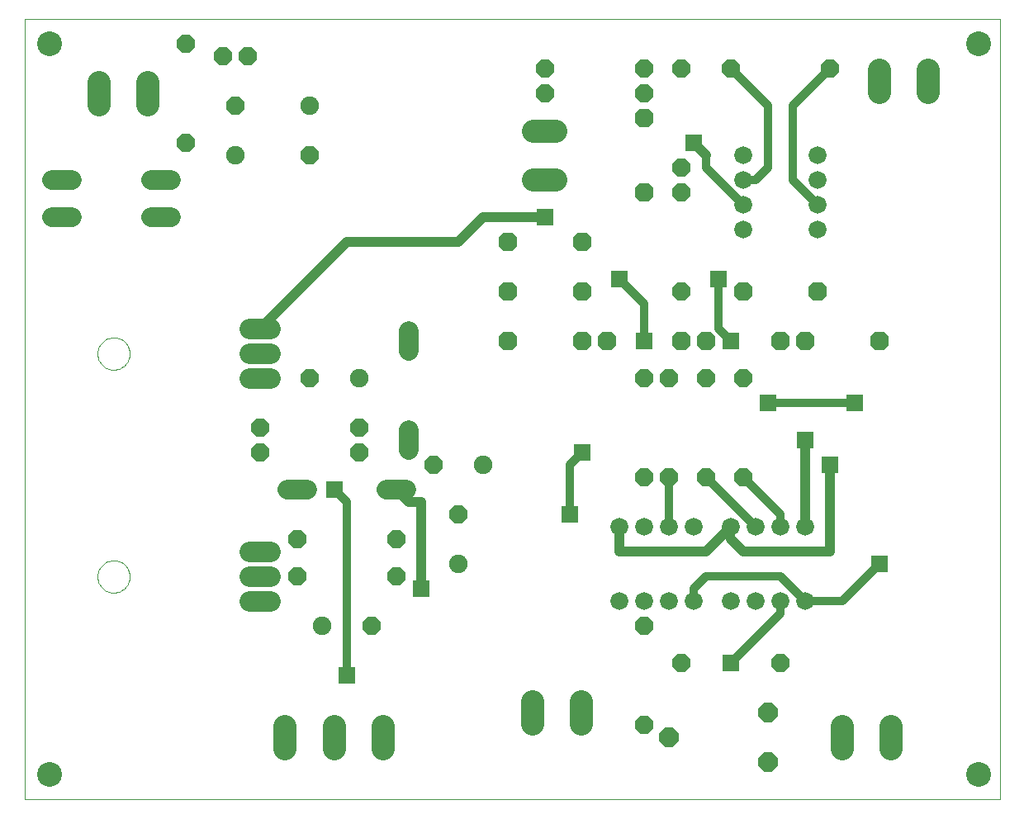
<source format=gtl>
G75*
G70*
%OFA0B0*%
%FSLAX24Y24*%
%IPPOS*%
%LPD*%
%AMOC8*
5,1,8,0,0,1.08239X$1,22.5*
%
%ADD10C,0.0000*%
%ADD11C,0.0720*%
%ADD12OC8,0.0800*%
%ADD13OC8,0.0720*%
%ADD14OC8,0.0760*%
%ADD15C,0.0920*%
%ADD16C,0.0800*%
%ADD17C,0.0750*%
%ADD18OC8,0.0750*%
%ADD19C,0.0840*%
%ADD20C,0.0400*%
%ADD21R,0.0396X0.0396*%
%ADD22R,0.0531X0.0531*%
%ADD23R,0.0500X0.0500*%
%ADD24R,0.0660X0.0660*%
%ADD25C,0.0320*%
%ADD26C,0.1000*%
D10*
X000100Y001233D02*
X000100Y032729D01*
X039470Y032729D01*
X039470Y001233D01*
X000100Y001233D01*
X003050Y010233D02*
X003052Y010283D01*
X003058Y010333D01*
X003068Y010383D01*
X003081Y010431D01*
X003098Y010479D01*
X003119Y010525D01*
X003143Y010569D01*
X003171Y010611D01*
X003202Y010651D01*
X003236Y010688D01*
X003273Y010723D01*
X003312Y010754D01*
X003353Y010783D01*
X003397Y010808D01*
X003443Y010830D01*
X003490Y010848D01*
X003538Y010862D01*
X003587Y010873D01*
X003637Y010880D01*
X003687Y010883D01*
X003738Y010882D01*
X003788Y010877D01*
X003838Y010868D01*
X003886Y010856D01*
X003934Y010839D01*
X003980Y010819D01*
X004025Y010796D01*
X004068Y010769D01*
X004108Y010739D01*
X004146Y010706D01*
X004181Y010670D01*
X004214Y010631D01*
X004243Y010590D01*
X004269Y010547D01*
X004292Y010502D01*
X004311Y010455D01*
X004326Y010407D01*
X004338Y010358D01*
X004346Y010308D01*
X004350Y010258D01*
X004350Y010208D01*
X004346Y010158D01*
X004338Y010108D01*
X004326Y010059D01*
X004311Y010011D01*
X004292Y009964D01*
X004269Y009919D01*
X004243Y009876D01*
X004214Y009835D01*
X004181Y009796D01*
X004146Y009760D01*
X004108Y009727D01*
X004068Y009697D01*
X004025Y009670D01*
X003980Y009647D01*
X003934Y009627D01*
X003886Y009610D01*
X003838Y009598D01*
X003788Y009589D01*
X003738Y009584D01*
X003687Y009583D01*
X003637Y009586D01*
X003587Y009593D01*
X003538Y009604D01*
X003490Y009618D01*
X003443Y009636D01*
X003397Y009658D01*
X003353Y009683D01*
X003312Y009712D01*
X003273Y009743D01*
X003236Y009778D01*
X003202Y009815D01*
X003171Y009855D01*
X003143Y009897D01*
X003119Y009941D01*
X003098Y009987D01*
X003081Y010035D01*
X003068Y010083D01*
X003058Y010133D01*
X003052Y010183D01*
X003050Y010233D01*
X003050Y019233D02*
X003052Y019283D01*
X003058Y019333D01*
X003068Y019383D01*
X003081Y019431D01*
X003098Y019479D01*
X003119Y019525D01*
X003143Y019569D01*
X003171Y019611D01*
X003202Y019651D01*
X003236Y019688D01*
X003273Y019723D01*
X003312Y019754D01*
X003353Y019783D01*
X003397Y019808D01*
X003443Y019830D01*
X003490Y019848D01*
X003538Y019862D01*
X003587Y019873D01*
X003637Y019880D01*
X003687Y019883D01*
X003738Y019882D01*
X003788Y019877D01*
X003838Y019868D01*
X003886Y019856D01*
X003934Y019839D01*
X003980Y019819D01*
X004025Y019796D01*
X004068Y019769D01*
X004108Y019739D01*
X004146Y019706D01*
X004181Y019670D01*
X004214Y019631D01*
X004243Y019590D01*
X004269Y019547D01*
X004292Y019502D01*
X004311Y019455D01*
X004326Y019407D01*
X004338Y019358D01*
X004346Y019308D01*
X004350Y019258D01*
X004350Y019208D01*
X004346Y019158D01*
X004338Y019108D01*
X004326Y019059D01*
X004311Y019011D01*
X004292Y018964D01*
X004269Y018919D01*
X004243Y018876D01*
X004214Y018835D01*
X004181Y018796D01*
X004146Y018760D01*
X004108Y018727D01*
X004068Y018697D01*
X004025Y018670D01*
X003980Y018647D01*
X003934Y018627D01*
X003886Y018610D01*
X003838Y018598D01*
X003788Y018589D01*
X003738Y018584D01*
X003687Y018583D01*
X003637Y018586D01*
X003587Y018593D01*
X003538Y018604D01*
X003490Y018618D01*
X003443Y018636D01*
X003397Y018658D01*
X003353Y018683D01*
X003312Y018712D01*
X003273Y018743D01*
X003236Y018778D01*
X003202Y018815D01*
X003171Y018855D01*
X003143Y018897D01*
X003119Y018941D01*
X003098Y018987D01*
X003081Y019035D01*
X003068Y019083D01*
X003058Y019133D01*
X003052Y019183D01*
X003050Y019233D01*
D11*
X024100Y012233D03*
X025100Y012233D03*
X026100Y012233D03*
X027100Y012233D03*
X028600Y012233D03*
X029600Y012233D03*
X030600Y012233D03*
X031600Y012233D03*
X031600Y009233D03*
X030600Y009233D03*
X029600Y009233D03*
X028600Y009233D03*
X027100Y009233D03*
X026100Y009233D03*
X025100Y009233D03*
X024100Y009233D03*
X029100Y024233D03*
X029100Y025233D03*
X029100Y026233D03*
X029100Y027233D03*
X032100Y027233D03*
X032100Y026233D03*
X032100Y025233D03*
X032100Y024233D03*
D12*
X030100Y004733D03*
X030100Y002733D03*
X026100Y003733D03*
D13*
X025100Y004233D03*
X026600Y006733D03*
X025100Y008233D03*
X030600Y006733D03*
X029100Y014233D03*
X027600Y014233D03*
X026100Y014233D03*
X025100Y014233D03*
X025100Y018233D03*
X026100Y018233D03*
X027600Y018233D03*
X029100Y018233D03*
X026600Y021733D03*
X026600Y025733D03*
X026600Y026733D03*
X025100Y029733D03*
X025100Y030733D03*
X026600Y030733D03*
X028600Y030733D03*
X032600Y030733D03*
X021100Y030733D03*
X021100Y029733D03*
X009100Y031233D03*
X008100Y031233D03*
X006600Y031733D03*
X006600Y027733D03*
X009600Y016233D03*
X009600Y015233D03*
X011100Y011733D03*
X011100Y010233D03*
X015100Y010233D03*
X015100Y011733D03*
X013600Y015233D03*
X013600Y016233D03*
D14*
X019600Y019733D03*
X019600Y021733D03*
X019600Y023733D03*
X022600Y023733D03*
X022600Y021733D03*
X022600Y019733D03*
X023600Y019733D03*
X026600Y019733D03*
X027600Y019733D03*
X029100Y021733D03*
X030600Y019733D03*
X031600Y019733D03*
X032100Y021733D03*
X034600Y019733D03*
X025100Y025733D03*
X025100Y028733D03*
D15*
X021560Y028223D02*
X020640Y028223D01*
X020640Y026253D02*
X021560Y026253D01*
X034610Y029773D02*
X034610Y030693D01*
X036580Y030693D02*
X036580Y029773D01*
X022580Y005193D02*
X022580Y004273D01*
X020610Y004273D02*
X020610Y005193D01*
X014570Y004193D02*
X014570Y003273D01*
X012600Y003273D02*
X012600Y004193D01*
X010630Y004193D02*
X010630Y003273D01*
X033110Y003273D02*
X033110Y004193D01*
X035080Y004193D02*
X035080Y003273D01*
X005080Y029273D02*
X005080Y030193D01*
X003110Y030193D02*
X003110Y029273D01*
D16*
X002000Y026233D02*
X001200Y026233D01*
X001200Y024733D02*
X002000Y024733D01*
X005200Y024733D02*
X006000Y024733D01*
X006000Y026233D02*
X005200Y026233D01*
X015600Y020133D02*
X015600Y019333D01*
X015600Y016133D02*
X015600Y015333D01*
X015500Y013733D02*
X014700Y013733D01*
X011500Y013733D02*
X010700Y013733D01*
D17*
X013600Y018233D03*
X018600Y014733D03*
X017600Y010733D03*
X012100Y008233D03*
X008600Y027233D03*
X011600Y029233D03*
D18*
X011600Y027233D03*
X008600Y029233D03*
X011600Y018233D03*
X016600Y014733D03*
X017600Y012733D03*
X014100Y008233D03*
D19*
X010020Y009233D02*
X009180Y009233D01*
X009180Y010233D02*
X010020Y010233D01*
X010020Y011233D02*
X009180Y011233D01*
X009180Y018233D02*
X010020Y018233D01*
X010020Y019233D02*
X009180Y019233D01*
X009180Y020233D02*
X010020Y020233D01*
D20*
X009600Y020233D02*
X013100Y023733D01*
X017600Y023733D01*
X018600Y024733D01*
X021100Y024733D01*
X027100Y027733D02*
X027600Y027233D01*
X031600Y015733D02*
X031600Y012233D01*
X032600Y011233D02*
X032600Y014733D01*
X032600Y011233D02*
X029100Y011233D01*
X028600Y011733D01*
X028600Y012233D02*
X027600Y011233D01*
X024100Y011233D01*
X024100Y012233D01*
X016100Y013233D02*
X016100Y009733D01*
X016100Y013233D01*
X015600Y013233D01*
X015100Y013733D01*
D21*
X012600Y013733D03*
X013100Y006233D03*
X031600Y015733D03*
X032600Y014733D03*
D22*
X032600Y014733D03*
X031600Y015733D03*
D23*
X027100Y027733D03*
X016100Y009733D03*
D24*
X016100Y009733D03*
X013100Y006233D03*
X012600Y013733D03*
X022100Y012733D03*
X022600Y015233D03*
X025100Y019733D03*
X024100Y022233D03*
X021100Y024733D03*
X027100Y027733D03*
X028100Y022233D03*
X028600Y019733D03*
X030100Y017233D03*
X031600Y015733D03*
X032600Y014733D03*
X033600Y017233D03*
X034600Y010733D03*
X028600Y006733D03*
D25*
X030600Y008733D01*
X030600Y009233D01*
X031600Y009233D02*
X033100Y009233D01*
X034600Y010733D01*
X031600Y009233D02*
X030600Y010233D01*
X027600Y010233D01*
X027100Y009733D01*
X027100Y009233D01*
X028600Y011733D02*
X028600Y012233D01*
X029600Y012233D02*
X027600Y014233D01*
X026100Y014233D02*
X026100Y012233D01*
X029100Y014233D02*
X030600Y012733D01*
X030600Y012233D01*
X030100Y017233D02*
X033600Y017233D01*
X028600Y019733D02*
X028100Y020233D01*
X028100Y022233D01*
X025100Y021233D02*
X025100Y019733D01*
X025100Y021233D02*
X024100Y022233D01*
X027600Y026733D02*
X029100Y025233D01*
X029100Y026233D02*
X029600Y026233D01*
X030100Y026733D01*
X030100Y029233D01*
X028600Y030733D01*
X031100Y029233D02*
X031100Y026233D01*
X032100Y025233D01*
X031100Y029233D02*
X032600Y030733D01*
X027600Y027233D02*
X027600Y026733D01*
X022600Y015233D02*
X022100Y014733D01*
X022100Y012733D01*
X022100Y014733D01*
X013100Y013233D02*
X012600Y013733D01*
X013100Y013233D02*
X013100Y006233D01*
D26*
X001100Y002233D03*
X001100Y031733D03*
X038600Y031733D03*
X038600Y002233D03*
M02*

</source>
